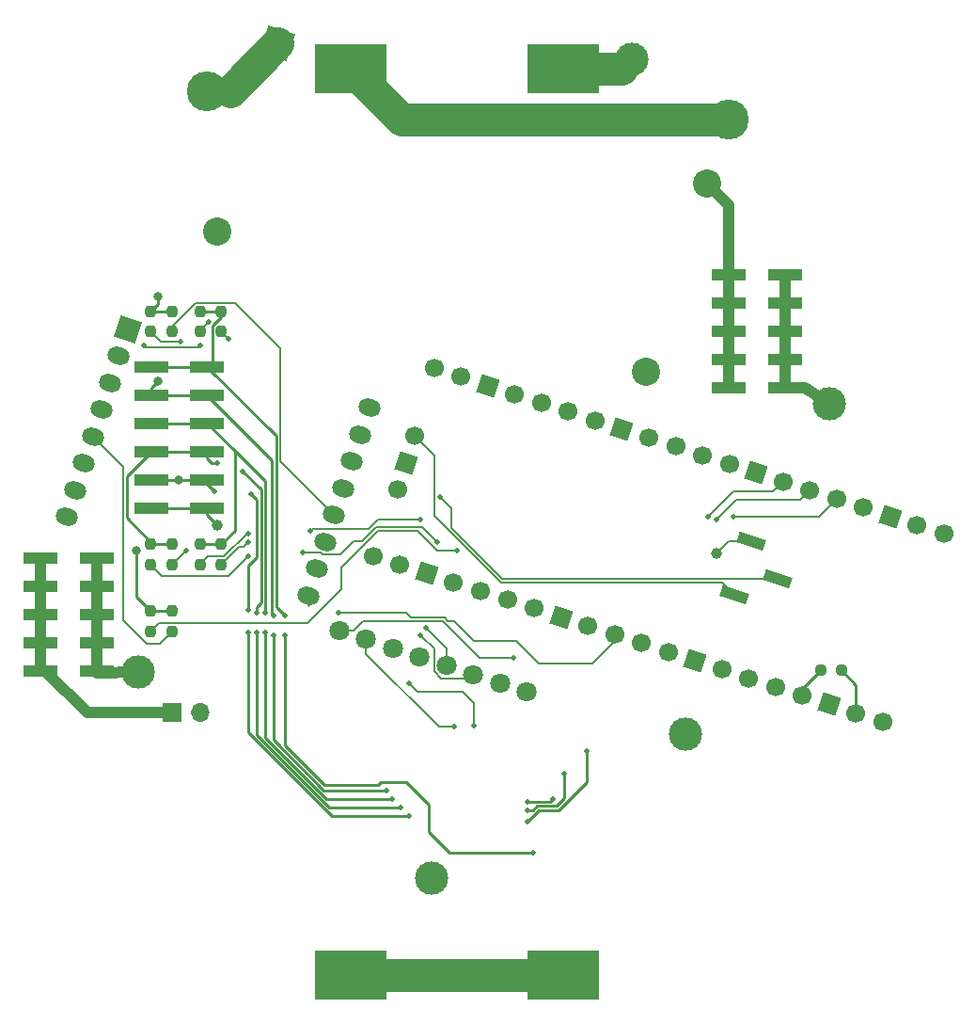
<source format=gbr>
%TF.GenerationSoftware,KiCad,Pcbnew,(6.0.2)*%
%TF.CreationDate,2022-05-01T12:50:51-07:00*%
%TF.ProjectId,controller,636f6e74-726f-46c6-9c65-722e6b696361,rev?*%
%TF.SameCoordinates,Original*%
%TF.FileFunction,Copper,L4,Bot*%
%TF.FilePolarity,Positive*%
%FSLAX46Y46*%
G04 Gerber Fmt 4.6, Leading zero omitted, Abs format (unit mm)*
G04 Created by KiCad (PCBNEW (6.0.2)) date 2022-05-01 12:50:51*
%MOMM*%
%LPD*%
G01*
G04 APERTURE LIST*
G04 Aperture macros list*
%AMRoundRect*
0 Rectangle with rounded corners*
0 $1 Rounding radius*
0 $2 $3 $4 $5 $6 $7 $8 $9 X,Y pos of 4 corners*
0 Add a 4 corners polygon primitive as box body*
4,1,4,$2,$3,$4,$5,$6,$7,$8,$9,$2,$3,0*
0 Add four circle primitives for the rounded corners*
1,1,$1+$1,$2,$3*
1,1,$1+$1,$4,$5*
1,1,$1+$1,$6,$7*
1,1,$1+$1,$8,$9*
0 Add four rect primitives between the rounded corners*
20,1,$1+$1,$2,$3,$4,$5,0*
20,1,$1+$1,$4,$5,$6,$7,0*
20,1,$1+$1,$6,$7,$8,$9,0*
20,1,$1+$1,$8,$9,$2,$3,0*%
%AMHorizOval*
0 Thick line with rounded ends*
0 $1 width*
0 $2 $3 position (X,Y) of the first rounded end (center of the circle)*
0 $4 $5 position (X,Y) of the second rounded end (center of the circle)*
0 Add line between two ends*
20,1,$1,$2,$3,$4,$5,0*
0 Add two circle primitives to create the rounded ends*
1,1,$1,$2,$3*
1,1,$1,$4,$5*%
%AMRotRect*
0 Rectangle, with rotation*
0 The origin of the aperture is its center*
0 $1 length*
0 $2 width*
0 $3 Rotation angle, in degrees counterclockwise*
0 Add horizontal line*
21,1,$1,$2,0,0,$3*%
G04 Aperture macros list end*
%TA.AperFunction,ComponentPad*%
%ADD10HorizOval,1.700000X0.000000X0.000000X0.000000X0.000000X0*%
%TD*%
%TA.AperFunction,ComponentPad*%
%ADD11RotRect,1.700000X1.700000X252.000000*%
%TD*%
%TA.AperFunction,ComponentPad*%
%ADD12RotRect,2.540000X2.540000X342.000000*%
%TD*%
%TA.AperFunction,ComponentPad*%
%ADD13C,2.540000*%
%TD*%
%TA.AperFunction,ComponentPad*%
%ADD14C,3.600000*%
%TD*%
%TA.AperFunction,ComponentPad*%
%ADD15RotRect,2.000000X2.000000X342.000000*%
%TD*%
%TA.AperFunction,ComponentPad*%
%ADD16HorizOval,1.600000X0.190211X-0.061803X-0.190211X0.061803X0*%
%TD*%
%TA.AperFunction,ComponentPad*%
%ADD17C,1.800000*%
%TD*%
%TA.AperFunction,SMDPad,CuDef*%
%ADD18R,3.150000X1.000000*%
%TD*%
%TA.AperFunction,SMDPad,CuDef*%
%ADD19R,6.500000X4.400000*%
%TD*%
%TA.AperFunction,SMDPad,CuDef*%
%ADD20RoundRect,0.237500X0.237500X-0.250000X0.237500X0.250000X-0.237500X0.250000X-0.237500X-0.250000X0*%
%TD*%
%TA.AperFunction,ComponentPad*%
%ADD21R,1.700000X1.700000*%
%TD*%
%TA.AperFunction,ComponentPad*%
%ADD22O,1.700000X1.700000*%
%TD*%
%TA.AperFunction,SMDPad,CuDef*%
%ADD23RotRect,2.510000X1.000000X342.000000*%
%TD*%
%TA.AperFunction,SMDPad,CuDef*%
%ADD24RoundRect,0.237500X0.250000X0.237500X-0.250000X0.237500X-0.250000X-0.237500X0.250000X-0.237500X0*%
%TD*%
%TA.AperFunction,ViaPad*%
%ADD25C,0.500000*%
%TD*%
%TA.AperFunction,ViaPad*%
%ADD26C,3.000000*%
%TD*%
%TA.AperFunction,ViaPad*%
%ADD27C,1.000000*%
%TD*%
%TA.AperFunction,ViaPad*%
%ADD28C,0.800000*%
%TD*%
%TA.AperFunction,Conductor*%
%ADD29C,0.200000*%
%TD*%
%TA.AperFunction,Conductor*%
%ADD30C,0.250000*%
%TD*%
%TA.AperFunction,Conductor*%
%ADD31C,1.000000*%
%TD*%
%TA.AperFunction,Conductor*%
%ADD32C,3.000000*%
%TD*%
G04 APERTURE END LIST*
D10*
%TO.P,U1,1,GPIO0*%
%TO.N,/LED0_PICO*%
X197773886Y-86139323D03*
%TO.P,U1,2,GPIO1*%
%TO.N,unconnected-(U1-Pad2)*%
X195358202Y-85354419D03*
D11*
%TO.P,U1,3,GND*%
%TO.N,GND*%
X192942519Y-84569516D03*
D10*
%TO.P,U1,4,GPIO2*%
%TO.N,/LED1_PICO*%
X190526835Y-83784613D03*
%TO.P,U1,5,GPIO3*%
%TO.N,/LED2_PICO*%
X188111152Y-82999710D03*
%TO.P,U1,6,GPIO4*%
%TO.N,/LED3_PICO*%
X185695468Y-82214807D03*
%TO.P,U1,7,GPIO5*%
%TO.N,/LED4_PICO*%
X183279785Y-81429904D03*
D11*
%TO.P,U1,8,GND*%
%TO.N,GND*%
X180864101Y-80645000D03*
D10*
%TO.P,U1,9,GPIO6*%
%TO.N,unconnected-(U1-Pad9)*%
X178448417Y-79860097D03*
%TO.P,U1,10,GPIO7*%
%TO.N,unconnected-(U1-Pad10)*%
X176032734Y-79075194D03*
%TO.P,U1,11,GPIO8*%
%TO.N,unconnected-(U1-Pad11)*%
X173617050Y-78290291D03*
%TO.P,U1,12,GPIO9*%
%TO.N,unconnected-(U1-Pad12)*%
X171201367Y-77505388D03*
D11*
%TO.P,U1,13,GND*%
%TO.N,unconnected-(U1-Pad13)*%
X168785683Y-76720485D03*
D10*
%TO.P,U1,14,GPIO10*%
%TO.N,unconnected-(U1-Pad14)*%
X166370000Y-75935581D03*
%TO.P,U1,15,GPIO11*%
%TO.N,unconnected-(U1-Pad15)*%
X163954316Y-75150678D03*
%TO.P,U1,16,GPIO12*%
%TO.N,unconnected-(U1-Pad16)*%
X161538633Y-74365775D03*
%TO.P,U1,17,GPIO13*%
%TO.N,unconnected-(U1-Pad17)*%
X159122949Y-73580872D03*
D11*
%TO.P,U1,18,GND*%
%TO.N,GND*%
X156707265Y-72795969D03*
D10*
%TO.P,U1,19,GPIO14*%
%TO.N,unconnected-(U1-Pad19)*%
X154291582Y-72011066D03*
%TO.P,U1,20,GPIO15*%
%TO.N,unconnected-(U1-Pad20)*%
X151875898Y-71226162D03*
%TO.P,U1,21,GPIO16*%
%TO.N,unconnected-(U1-Pad21)*%
X146381576Y-88135947D03*
%TO.P,U1,22,GPIO17*%
%TO.N,unconnected-(U1-Pad22)*%
X148797260Y-88920851D03*
D11*
%TO.P,U1,23,GND*%
%TO.N,GND*%
X151212943Y-89705754D03*
D10*
%TO.P,U1,24,GPIO18*%
%TO.N,unconnected-(U1-Pad24)*%
X153628627Y-90490657D03*
%TO.P,U1,25,GPIO19*%
%TO.N,unconnected-(U1-Pad25)*%
X156044310Y-91275560D03*
%TO.P,U1,26,GPIO20*%
%TO.N,Net-(R21-Pad2)*%
X158459994Y-92060463D03*
%TO.P,U1,27,GPIO21*%
%TO.N,Net-(R20-Pad2)*%
X160875677Y-92845366D03*
D11*
%TO.P,U1,28,GND*%
%TO.N,GND*%
X163291361Y-93630270D03*
D10*
%TO.P,U1,29,GPIO22*%
%TO.N,/INT*%
X165707045Y-94415173D03*
%TO.P,U1,30,RUN*%
%TO.N,/PICO_RUN*%
X168122728Y-95200076D03*
%TO.P,U1,31,GPIO26_ADC0*%
%TO.N,unconnected-(U1-Pad31)*%
X170538412Y-95984979D03*
%TO.P,U1,32,GPIO27_ADC1*%
%TO.N,unconnected-(U1-Pad32)*%
X172954095Y-96769882D03*
D11*
%TO.P,U1,33,AGND*%
%TO.N,unconnected-(U1-Pad33)*%
X175369779Y-97554785D03*
D10*
%TO.P,U1,34,GPIO28_ADC2*%
%TO.N,unconnected-(U1-Pad34)*%
X177785462Y-98339689D03*
%TO.P,U1,35,ADC_VREF*%
%TO.N,unconnected-(U1-Pad35)*%
X180201146Y-99124592D03*
%TO.P,U1,36,3V3*%
%TO.N,unconnected-(U1-Pad36)*%
X182616829Y-99909495D03*
%TO.P,U1,37,3V3_EN*%
%TO.N,Net-(R19-Pad2)*%
X185032513Y-100694398D03*
D11*
%TO.P,U1,38,GND*%
%TO.N,GND*%
X187448197Y-101479301D03*
D10*
%TO.P,U1,39,VSYS*%
%TO.N,Net-(R19-Pad1)*%
X189863880Y-102264204D03*
%TO.P,U1,40,VBUS*%
%TO.N,+5V*%
X192279564Y-103049108D03*
%TO.P,U1,41,SWCLK*%
%TO.N,/SWCLK*%
X150132383Y-77336445D03*
D11*
%TO.P,U1,42,GND*%
%TO.N,GND*%
X149347480Y-79752129D03*
D10*
%TO.P,U1,43,SWDIO*%
%TO.N,/SWDIO*%
X148562577Y-82167812D03*
%TD*%
D12*
%TO.P,U3,1,Vin*%
%TO.N,/SW2PSU*%
X137795000Y-42051549D03*
D13*
%TO.P,U3,2,GND*%
%TO.N,GND*%
X132300678Y-58961334D03*
%TO.P,U3,3,GND*%
X170951615Y-71519785D03*
%TO.P,U3,4,Vout*%
%TO.N,+5VL*%
X176445937Y-54610000D03*
%TD*%
D14*
%TO.P,J11,1,Pin_1*%
%TO.N,/SW2PSU*%
X131445000Y-46355000D03*
%TD*%
D15*
%TO.P,U2,1,~{RST}*%
%TO.N,Net-(R7-Pad2)*%
X124273461Y-67728137D03*
D16*
%TO.P,U2,2,A0*%
%TO.N,unconnected-(U2-Pad2)*%
X123488558Y-70143821D03*
%TO.P,U2,3,D0*%
%TO.N,/LED0_ESP*%
X122703655Y-72559504D03*
%TO.P,U2,4,SCK/D5*%
%TO.N,/LED3_ESP*%
X121918752Y-74975188D03*
%TO.P,U2,5,MISO/D6*%
%TO.N,/LED4_ESP*%
X121133848Y-77390871D03*
%TO.P,U2,6,MOSI/D7*%
%TO.N,/PICO_RUN*%
X120348945Y-79806555D03*
%TO.P,U2,7,CS/D8*%
%TO.N,/INT*%
X119564042Y-82222238D03*
%TO.P,U2,8,3V3*%
%TO.N,+3V3*%
X118779139Y-84637922D03*
%TO.P,U2,9,5V*%
%TO.N,+5V*%
X140520291Y-91702050D03*
%TO.P,U2,10,GND*%
%TO.N,GND*%
X141305194Y-89286367D03*
%TO.P,U2,11,D4*%
%TO.N,/LED2_ESP*%
X142090097Y-86870683D03*
%TO.P,U2,12,D3*%
%TO.N,/LED1_ESP*%
X142875000Y-84455000D03*
%TO.P,U2,13,SDA/D2*%
%TO.N,Net-(R16-Pad2)*%
X143659903Y-82039316D03*
%TO.P,U2,14,SCL/D1*%
%TO.N,Net-(R15-Pad2)*%
X144444807Y-79623633D03*
%TO.P,U2,15,RX*%
%TO.N,Net-(R6-Pad2)*%
X145229710Y-77207949D03*
%TO.P,U2,16,TX*%
%TO.N,unconnected-(U2-Pad16)*%
X146014613Y-74792265D03*
%TD*%
D17*
%TO.P,U4,1,VCC*%
%TO.N,+3V3*%
X160230798Y-100355611D03*
%TO.P,U4,2,GND*%
%TO.N,GND*%
X157815114Y-99570708D03*
%TO.P,U4,3,SCL*%
%TO.N,/SCL*%
X155399431Y-98785804D03*
%TO.P,U4,4,SDA*%
%TO.N,/SDA*%
X152983747Y-98000901D03*
%TO.P,U4,5,XDA*%
%TO.N,unconnected-(U4-Pad5)*%
X150568064Y-97215998D03*
%TO.P,U4,6,XCL*%
%TO.N,unconnected-(U4-Pad6)*%
X148152380Y-96431095D03*
%TO.P,U4,7,AD0*%
%TO.N,Net-(R13-Pad1)*%
X145736696Y-95646192D03*
%TO.P,U4,8,INT*%
%TO.N,/INT*%
X143321013Y-94861289D03*
%TD*%
D14*
%TO.P,J10,1,Pin_1*%
%TO.N,+BATT*%
X178435000Y-48895000D03*
%TD*%
D18*
%TO.P,J4,1,Pin_1*%
%TO.N,GND*%
X121500000Y-88300000D03*
%TO.P,J4,2,Pin_2*%
%TO.N,+5VL*%
X116450000Y-88300000D03*
%TO.P,J4,3,Pin_3*%
%TO.N,GND*%
X121500000Y-90840000D03*
%TO.P,J4,4,Pin_4*%
%TO.N,+5VL*%
X116450000Y-90840000D03*
%TO.P,J4,5,Pin_5*%
%TO.N,GND*%
X121500000Y-93380000D03*
%TO.P,J4,6,Pin_6*%
%TO.N,+5VL*%
X116450000Y-93380000D03*
%TO.P,J4,7,Pin_7*%
%TO.N,GND*%
X121500000Y-95920000D03*
%TO.P,J4,8,Pin_8*%
%TO.N,+5VL*%
X116450000Y-95920000D03*
%TO.P,J4,9,Pin_9*%
%TO.N,GND*%
X121500000Y-98460000D03*
%TO.P,J4,10,Pin_10*%
%TO.N,+5VL*%
X116450000Y-98460000D03*
%TD*%
D19*
%TO.P,BT1,1,+*%
%TO.N,/BATT2BATT*%
X163480000Y-125840000D03*
%TO.P,BT1,2,-*%
%TO.N,GND*%
X163480000Y-44340000D03*
%TO.P,BT1,3,+*%
%TO.N,+BATT*%
X144380000Y-44340000D03*
%TO.P,BT1,4,-*%
%TO.N,/BATT2BATT*%
X144380000Y-125840000D03*
%TD*%
D18*
%TO.P,J6,1,Pin_1*%
%TO.N,/LED0*%
X131445000Y-71120000D03*
%TO.P,J6,2,Pin_2*%
X126395000Y-71120000D03*
%TO.P,J6,3,Pin_3*%
%TO.N,/LED1*%
X131445000Y-73660000D03*
%TO.P,J6,4,Pin_4*%
X126395000Y-73660000D03*
%TO.P,J6,5,Pin_5*%
%TO.N,/LED2*%
X131445000Y-76200000D03*
%TO.P,J6,6,Pin_6*%
X126395000Y-76200000D03*
%TO.P,J6,7,Pin_7*%
%TO.N,/LED3*%
X131445000Y-78740000D03*
%TO.P,J6,8,Pin_8*%
X126395000Y-78740000D03*
%TO.P,J6,9,Pin_9*%
%TO.N,/LED4*%
X131445000Y-81280000D03*
%TO.P,J6,10,Pin_10*%
X126395000Y-81280000D03*
%TO.P,J6,11,Pin_11*%
%TO.N,GND*%
X131445000Y-83820000D03*
%TO.P,J6,12,Pin_12*%
X126395000Y-83820000D03*
%TD*%
D20*
%TO.P,R9,1*%
%TO.N,/LED3_ESP*%
X128270000Y-88900000D03*
%TO.P,R9,2*%
%TO.N,/LED3*%
X128270000Y-87075000D03*
%TD*%
%TO.P,R2,1*%
%TO.N,/LED0_PICO*%
X130810000Y-67945000D03*
%TO.P,R2,2*%
%TO.N,/LED0*%
X130810000Y-66120000D03*
%TD*%
%TO.P,R1,1*%
%TO.N,/LED0_ESP*%
X132715000Y-67945000D03*
%TO.P,R1,2*%
%TO.N,/LED0*%
X132715000Y-66120000D03*
%TD*%
%TO.P,R3,1*%
%TO.N,/LED1_ESP*%
X128270000Y-67945000D03*
%TO.P,R3,2*%
%TO.N,/LED1*%
X128270000Y-66120000D03*
%TD*%
%TO.P,R5,1*%
%TO.N,/LED2_ESP*%
X132715000Y-88900000D03*
%TO.P,R5,2*%
%TO.N,/LED2*%
X132715000Y-87075000D03*
%TD*%
D18*
%TO.P,J5,1,Pin_1*%
%TO.N,GND*%
X183485000Y-62865000D03*
%TO.P,J5,2,Pin_2*%
%TO.N,+5VL*%
X178435000Y-62865000D03*
%TO.P,J5,3,Pin_3*%
%TO.N,GND*%
X183485000Y-65405000D03*
%TO.P,J5,4,Pin_4*%
%TO.N,+5VL*%
X178435000Y-65405000D03*
%TO.P,J5,5,Pin_5*%
%TO.N,GND*%
X183485000Y-67945000D03*
%TO.P,J5,6,Pin_6*%
%TO.N,+5VL*%
X178435000Y-67945000D03*
%TO.P,J5,7,Pin_7*%
%TO.N,GND*%
X183485000Y-70485000D03*
%TO.P,J5,8,Pin_8*%
%TO.N,+5VL*%
X178435000Y-70485000D03*
%TO.P,J5,9,Pin_9*%
%TO.N,GND*%
X183485000Y-73025000D03*
%TO.P,J5,10,Pin_10*%
%TO.N,+5VL*%
X178435000Y-73025000D03*
%TD*%
D21*
%TO.P,JP1,1,A*%
%TO.N,+5VL*%
X128270000Y-102235000D03*
D22*
%TO.P,JP1,2,B*%
%TO.N,+5V*%
X130810000Y-102235000D03*
%TD*%
D23*
%TO.P,J7,1,Pin_1*%
%TO.N,/SWCLK*%
X178863991Y-91593355D03*
%TO.P,J7,2,Pin_2*%
%TO.N,/SWDIO*%
X182796892Y-90200518D03*
%TO.P,J7,3,Pin_3*%
%TO.N,GND*%
X180433798Y-86761988D03*
%TD*%
D20*
%TO.P,R12,1*%
%TO.N,/LED4_PICO*%
X126365000Y-94892500D03*
%TO.P,R12,2*%
%TO.N,/LED4*%
X126365000Y-93067500D03*
%TD*%
%TO.P,R4,1*%
%TO.N,/LED1_PICO*%
X126365000Y-67945000D03*
%TO.P,R4,2*%
%TO.N,/LED1*%
X126365000Y-66120000D03*
%TD*%
D24*
%TO.P,R19,1*%
%TO.N,Net-(R19-Pad1)*%
X188515000Y-98425000D03*
%TO.P,R19,2*%
%TO.N,Net-(R19-Pad2)*%
X186690000Y-98425000D03*
%TD*%
D20*
%TO.P,R10,1*%
%TO.N,/LED3_PICO*%
X126365000Y-88900000D03*
%TO.P,R10,2*%
%TO.N,/LED3*%
X126365000Y-87075000D03*
%TD*%
%TO.P,R11,1*%
%TO.N,/LED4_ESP*%
X128270000Y-94892500D03*
%TO.P,R11,2*%
%TO.N,/LED4*%
X128270000Y-93067500D03*
%TD*%
%TO.P,R8,1*%
%TO.N,/LED2_PICO*%
X130810000Y-88900000D03*
%TO.P,R8,2*%
%TO.N,/LED2*%
X130810000Y-87075000D03*
%TD*%
D25*
%TO.N,/SWDIO*%
X152400000Y-82804000D03*
D26*
%TO.N,GND*%
X125222000Y-98552000D03*
D27*
X177292000Y-87884000D03*
D26*
X151638000Y-117094000D03*
X169672000Y-43434000D03*
D27*
X132334000Y-85344000D03*
D26*
X174498000Y-104140000D03*
X187452000Y-74422000D03*
D25*
%TO.N,/LED0*%
X138430000Y-93472000D03*
X138430000Y-95250000D03*
X160782000Y-114808000D03*
%TO.N,/LED1*%
X137414000Y-93472000D03*
X147574000Y-109220000D03*
X137414000Y-95250000D03*
D28*
X127000000Y-64770000D03*
X127000000Y-72390000D03*
D25*
%TO.N,/LED2*%
X136652000Y-94996000D03*
X136652000Y-93218000D03*
X162560000Y-109982000D03*
X148082000Y-109982000D03*
X160274000Y-110236000D03*
%TO.N,/LED3*%
X135890000Y-93218000D03*
X134620000Y-80518000D03*
X160274000Y-110998000D03*
X163576000Y-107696000D03*
X132334000Y-79756000D03*
X148844000Y-110744000D03*
X135890000Y-94996000D03*
%TO.N,/LED4*%
X135128000Y-94996000D03*
D28*
X125095000Y-87630000D03*
D25*
X132080000Y-82296000D03*
D28*
X128905000Y-81280000D03*
D25*
X165608000Y-105664000D03*
X160274000Y-112014000D03*
X149606000Y-111506000D03*
X135382000Y-82550000D03*
X135128000Y-92964000D03*
%TO.N,/LED0_ESP*%
X133350000Y-68580000D03*
X125730000Y-69215000D03*
X130810000Y-69215000D03*
%TO.N,/LED0_PICO*%
X131572000Y-67056000D03*
%TO.N,/LED1_PICO*%
X129032000Y-68834000D03*
%TO.N,/LED2_ESP*%
X135128000Y-86868000D03*
%TO.N,+3V3*%
X149606000Y-99568000D03*
X155448000Y-103378000D03*
%TO.N,/LED2_PICO*%
X140716000Y-85852000D03*
X135128000Y-86106000D03*
X178816000Y-84582000D03*
X150622000Y-84836000D03*
%TO.N,/LED3_ESP*%
X129540000Y-87630000D03*
%TO.N,/LED3_PICO*%
X140028543Y-87809457D03*
X135128000Y-88138000D03*
X152146000Y-86868000D03*
X177292000Y-84836000D03*
%TO.N,/LED4_PICO*%
X176530000Y-84582000D03*
X153924000Y-87630000D03*
%TO.N,Net-(R13-Pad1)*%
X153670000Y-103505000D03*
%TO.N,/INT*%
X159004000Y-97261500D03*
%TO.N,/SDA*%
X151130000Y-94615000D03*
%TO.N,/SCL*%
X150622000Y-95250000D03*
%TO.N,/PICO_RUN*%
X143256000Y-93218000D03*
%TD*%
D29*
%TO.N,/SWCLK*%
X151900499Y-84544255D02*
X151900499Y-79104561D01*
X178863991Y-91593355D02*
X177797665Y-90527029D01*
X151900499Y-79104561D02*
X150132383Y-77336445D01*
X177797665Y-90527029D02*
X157883273Y-90527029D01*
X157883273Y-90527029D02*
X151900499Y-84544255D01*
%TO.N,/SWDIO*%
X153416000Y-83820000D02*
X152400000Y-82804000D01*
X156972000Y-89154000D02*
X153416000Y-85598000D01*
X182796892Y-90200518D02*
X158018518Y-90200518D01*
X153416000Y-85598000D02*
X153416000Y-85344000D01*
X153416000Y-85344000D02*
X153416000Y-83820000D01*
X158018518Y-90200518D02*
X156972000Y-89154000D01*
D30*
X148562577Y-82167812D02*
X148673940Y-82167812D01*
D31*
%TO.N,GND*%
X125222000Y-98552000D02*
X121500000Y-98640000D01*
X121500000Y-95920000D02*
X121500000Y-93380000D01*
D30*
X126395000Y-83820000D02*
X131445000Y-83820000D01*
D29*
X180433798Y-86761988D02*
X178414012Y-86761988D01*
D31*
X183485000Y-73025000D02*
X183485000Y-70485000D01*
X121500000Y-90840000D02*
X121500000Y-88300000D01*
X121500000Y-93380000D02*
X121500000Y-90840000D01*
X121500000Y-98640000D02*
X121500000Y-98460000D01*
D29*
X178414012Y-86761988D02*
X177292000Y-87884000D01*
D30*
X131445000Y-84455000D02*
X132334000Y-85344000D01*
D31*
X183485000Y-67945000D02*
X183485000Y-65405000D01*
X183485000Y-65405000D02*
X183485000Y-62865000D01*
X168766000Y-44340000D02*
X169672000Y-43434000D01*
X121500000Y-98460000D02*
X121500000Y-95920000D01*
X183485000Y-70485000D02*
X183485000Y-67945000D01*
X185293000Y-73025000D02*
X183485000Y-73025000D01*
D32*
X163480000Y-44340000D02*
X168766000Y-44340000D01*
D30*
X131445000Y-83820000D02*
X131445000Y-84455000D01*
D31*
X187452000Y-74422000D02*
X185293000Y-73025000D01*
D32*
%TO.N,+BATT*%
X148935000Y-48895000D02*
X144380000Y-44340000D01*
X178435000Y-48895000D02*
X148935000Y-48895000D01*
D30*
%TO.N,/LED0*%
X151384000Y-112776000D02*
X151384000Y-112944974D01*
X137668000Y-92710000D02*
X138430000Y-93472000D01*
X142009054Y-108750376D02*
X146773624Y-108750376D01*
X151384000Y-112944974D02*
X153247026Y-114808000D01*
X131445000Y-71120000D02*
X131923511Y-70641489D01*
X149352000Y-108458000D02*
X151384000Y-110490000D01*
X137668000Y-77343000D02*
X137668000Y-85598000D01*
X132715000Y-66120000D02*
X130810000Y-66120000D01*
X146812000Y-108712000D02*
X147066000Y-108458000D01*
X137668000Y-85598000D02*
X137668000Y-92710000D01*
X131923511Y-67446247D02*
X132715000Y-66654758D01*
X131445000Y-71120000D02*
X126395000Y-71120000D01*
X132715000Y-66654758D02*
X132715000Y-66120000D01*
X147066000Y-108458000D02*
X149352000Y-108458000D01*
X131923511Y-70641489D02*
X131923511Y-67446247D01*
X138430000Y-95250000D02*
X138430000Y-105171322D01*
X151384000Y-110490000D02*
X151384000Y-112776000D01*
X131445000Y-71120000D02*
X137668000Y-77343000D01*
X138430000Y-105171322D02*
X142009054Y-108750376D01*
X146773624Y-108750376D02*
X146812000Y-108712000D01*
X153247026Y-114808000D02*
X160782000Y-114808000D01*
%TO.N,/LED1*%
X141946212Y-109220000D02*
X147574000Y-109220000D01*
X137414000Y-95250000D02*
X137414000Y-104687788D01*
X127000000Y-65485000D02*
X126365000Y-66120000D01*
X137291490Y-93349490D02*
X137414000Y-93472000D01*
X128270000Y-66120000D02*
X126365000Y-66120000D01*
X126395000Y-73660000D02*
X131445000Y-73660000D01*
X126395000Y-72995000D02*
X127000000Y-72390000D01*
X137291490Y-79506490D02*
X137291490Y-93349490D01*
X127000000Y-64770000D02*
X127000000Y-65485000D01*
X126395000Y-73660000D02*
X126395000Y-72995000D01*
X131445000Y-73660000D02*
X137291490Y-79506490D01*
X137414000Y-104687788D02*
X141946212Y-109220000D01*
%TO.N,/LED2*%
X136652000Y-104458254D02*
X142175746Y-109982000D01*
X131445000Y-76200000D02*
X133921500Y-78676500D01*
X161798000Y-110236000D02*
X162306000Y-110236000D01*
X142175746Y-109982000D02*
X148082000Y-109982000D01*
X133921500Y-78676500D02*
X136660980Y-81415980D01*
X136652000Y-94996000D02*
X136652000Y-104458254D01*
X162306000Y-110236000D02*
X162560000Y-109982000D01*
X131445000Y-76200000D02*
X126395000Y-76200000D01*
X136660980Y-93209020D02*
X136652000Y-93218000D01*
X132715000Y-87075000D02*
X133921500Y-85868500D01*
X133921500Y-85868500D02*
X133921500Y-78676500D01*
X130810000Y-87075000D02*
X132715000Y-87075000D01*
X160274000Y-110236000D02*
X161798000Y-110236000D01*
X136660980Y-81415980D02*
X136660980Y-93209020D01*
%TO.N,/LED3*%
X126365000Y-87075000D02*
X126365000Y-86849511D01*
X135890000Y-104228735D02*
X142405265Y-110744000D01*
X161134045Y-110621489D02*
X162912045Y-110621489D01*
X131445000Y-79375000D02*
X131826000Y-79756000D01*
X136284470Y-82182470D02*
X136284470Y-92339996D01*
X126365000Y-86849511D02*
X124195489Y-84680000D01*
X126365000Y-87075000D02*
X128270000Y-87075000D01*
X124195489Y-80939511D02*
X126395000Y-78740000D01*
X136284470Y-92339996D02*
X135890000Y-92734466D01*
X142405265Y-110744000D02*
X148844000Y-110744000D01*
X126395000Y-78740000D02*
X131445000Y-78740000D01*
X160274000Y-110998000D02*
X160757534Y-110998000D01*
X131445000Y-78740000D02*
X131445000Y-79375000D01*
X135890000Y-94996000D02*
X135890000Y-104228735D01*
X134620000Y-80518000D02*
X136284470Y-82182470D01*
X163576000Y-109957534D02*
X163576000Y-107696000D01*
X162912045Y-110621489D02*
X163576000Y-109957534D01*
X160757534Y-110998000D02*
X161134045Y-110621489D01*
X131826000Y-79756000D02*
X132334000Y-79756000D01*
X135890000Y-92734466D02*
X135890000Y-93218000D01*
X124195489Y-84680000D02*
X124195489Y-80939511D01*
%TO.N,/LED4*%
X135907960Y-83075960D02*
X135907960Y-88253824D01*
X135128000Y-103999217D02*
X142634783Y-111506000D01*
X135128000Y-89033784D02*
X135128000Y-92964000D01*
X135128000Y-94996000D02*
X135128000Y-103999217D01*
X126365000Y-93067500D02*
X128270000Y-93067500D01*
X131445000Y-81661000D02*
X132080000Y-82296000D01*
X165608000Y-108458000D02*
X163068000Y-110998000D01*
X125095000Y-91797500D02*
X125095000Y-87630000D01*
X161290000Y-110998000D02*
X160274000Y-112014000D01*
X131445000Y-81280000D02*
X131445000Y-81661000D01*
X135382000Y-82550000D02*
X135907960Y-83075960D01*
X142634783Y-111506000D02*
X149606000Y-111506000D01*
X126365000Y-93067500D02*
X125095000Y-91797500D01*
X165608000Y-105664000D02*
X165608000Y-108458000D01*
X135907960Y-88253824D02*
X135128000Y-89033784D01*
X163068000Y-110998000D02*
X161290000Y-110998000D01*
X131445000Y-81280000D02*
X126395000Y-81280000D01*
D31*
%TO.N,+5VL*%
X178435000Y-62865000D02*
X178435000Y-56599063D01*
X178435000Y-70485000D02*
X178435000Y-67945000D01*
X178435000Y-67945000D02*
X178435000Y-65405000D01*
X116450000Y-98460000D02*
X116450000Y-95920000D01*
X116450000Y-93380000D02*
X116450000Y-95920000D01*
X178435000Y-65405000D02*
X178435000Y-62865000D01*
X178435000Y-56599063D02*
X176445937Y-54610000D01*
X178435000Y-73025000D02*
X178435000Y-70485000D01*
X116450000Y-90840000D02*
X116450000Y-88300000D01*
X116450000Y-98460000D02*
X116875000Y-98460000D01*
X116875000Y-98460000D02*
X120650000Y-102235000D01*
X120650000Y-102235000D02*
X128270000Y-102235000D01*
X116450000Y-93380000D02*
X116450000Y-90840000D01*
D30*
%TO.N,+5V*%
X140520291Y-92524709D02*
X140520291Y-91702050D01*
D29*
%TO.N,/LED0_ESP*%
X125730000Y-69215000D02*
X125848501Y-69333501D01*
X130691499Y-69333501D02*
X130810000Y-69215000D01*
X133350000Y-68580000D02*
X132715000Y-67945000D01*
X125848501Y-69333501D02*
X130691499Y-69333501D01*
%TO.N,/LED0_PICO*%
X130810000Y-67945000D02*
X130810000Y-67818000D01*
X130810000Y-67818000D02*
X131572000Y-67056000D01*
%TO.N,/LED1_ESP*%
X138019511Y-79599511D02*
X138019511Y-69439511D01*
X133985980Y-65405980D02*
X130380297Y-65405980D01*
X130380297Y-65405980D02*
X128270000Y-67516277D01*
X142875000Y-84455000D02*
X138019511Y-79599511D01*
X138019511Y-69439511D02*
X133985980Y-65405980D01*
X128270000Y-67516277D02*
X128270000Y-67945000D01*
%TO.N,/LED1_PICO*%
X126365000Y-67945000D02*
X127254000Y-68834000D01*
X127254000Y-68834000D02*
X129032000Y-68834000D01*
%TO.N,/LED2_ESP*%
X134683500Y-87312500D02*
X135128000Y-86868000D01*
X142090097Y-86870683D02*
X141942392Y-86722978D01*
X134302500Y-87312500D02*
X132715000Y-88900000D01*
X134302500Y-87312500D02*
X134683500Y-87312500D01*
%TO.N,+3V3*%
X155448000Y-101346000D02*
X155448000Y-103378000D01*
X155194000Y-101092000D02*
X155448000Y-101346000D01*
X150368000Y-100330000D02*
X151638000Y-100330000D01*
X149606000Y-99568000D02*
X150368000Y-100330000D01*
X154432000Y-100330000D02*
X155194000Y-101092000D01*
X151638000Y-100330000D02*
X154432000Y-100330000D01*
%TO.N,/LED2_PICO*%
X132967250Y-88185980D02*
X135065949Y-86087281D01*
X130810000Y-88900000D02*
X131524020Y-88185980D01*
X146812000Y-84836000D02*
X145941022Y-85706978D01*
X186528862Y-84582000D02*
X188111152Y-82999710D01*
X140861022Y-85706978D02*
X140716000Y-85852000D01*
X131524020Y-88185980D02*
X132967250Y-88185980D01*
X150622000Y-84836000D02*
X146812000Y-84836000D01*
X178816000Y-84582000D02*
X186528862Y-84582000D01*
X135065949Y-86087281D02*
X135109281Y-86087281D01*
X145941022Y-85706978D02*
X140861022Y-85706978D01*
X135109281Y-86087281D02*
X135128000Y-86106000D01*
%TO.N,/LED3_ESP*%
X128270000Y-88900000D02*
X129540000Y-87630000D01*
%TO.N,/LED3_PICO*%
X141657457Y-87809457D02*
X141834954Y-87986954D01*
X143453290Y-87986954D02*
X144644755Y-86795489D01*
X144644755Y-86795489D02*
X145406755Y-86795489D01*
X126365000Y-88900000D02*
X127381000Y-89916000D01*
X133350000Y-89916000D02*
X135128000Y-88138000D01*
X146676755Y-85525489D02*
X150803489Y-85525489D01*
X184845468Y-83064807D02*
X185695468Y-82214807D01*
X141834954Y-87986954D02*
X143453290Y-87986954D01*
X127381000Y-89916000D02*
X133350000Y-89916000D01*
X179063193Y-83064807D02*
X184845468Y-83064807D01*
X177292000Y-84836000D02*
X179063193Y-83064807D01*
X150803489Y-85525489D02*
X152146000Y-86868000D01*
X140028543Y-87809457D02*
X141657457Y-87809457D01*
X145406755Y-86795489D02*
X146676755Y-85525489D01*
%TO.N,/LED4_ESP*%
X128270000Y-94892500D02*
X127150500Y-96012000D01*
X125984000Y-96012000D02*
X123843978Y-93871978D01*
X123843978Y-80101001D02*
X121133848Y-77390871D01*
X127150500Y-96012000D02*
X125984000Y-96012000D01*
X123843978Y-93871978D02*
X123843978Y-80101001D01*
%TO.N,/LED4_PICO*%
X127079020Y-94178480D02*
X126365000Y-94892500D01*
X143510000Y-89154000D02*
X143510000Y-91100044D01*
X146812000Y-85852000D02*
X143510000Y-89154000D01*
X140431564Y-94178480D02*
X127079020Y-94178480D01*
X178796418Y-82315582D02*
X182394107Y-82315582D01*
X150368000Y-85852000D02*
X146812000Y-85852000D01*
X182394107Y-82315582D02*
X183279785Y-81429904D01*
X176530000Y-84582000D02*
X178796418Y-82315582D01*
X152146000Y-87630000D02*
X150368000Y-85852000D01*
X153924000Y-87630000D02*
X152146000Y-87630000D01*
X143510000Y-91100044D02*
X140431564Y-94178480D01*
%TO.N,Net-(R13-Pad1)*%
X145736696Y-96918984D02*
X145736696Y-95646192D01*
X153670000Y-103505000D02*
X152322712Y-103505000D01*
X152322712Y-103505000D02*
X145736696Y-96918984D01*
%TO.N,/INT*%
X155935500Y-97261500D02*
X159004000Y-97261500D01*
X145475094Y-93980000D02*
X152654000Y-93980000D01*
X152654000Y-93980000D02*
X155935500Y-97261500D01*
X144593805Y-94861289D02*
X145475094Y-93980000D01*
X143321013Y-94861289D02*
X144593805Y-94861289D01*
%TO.N,/SDA*%
X152983747Y-96468747D02*
X152983747Y-98000901D01*
X151130000Y-94615000D02*
X152983747Y-96468747D01*
%TO.N,/SCL*%
X155057823Y-99127412D02*
X155399431Y-98785804D01*
X150622000Y-95250000D02*
X151857236Y-96485236D01*
X151857236Y-98467518D02*
X152517130Y-99127412D01*
X152517130Y-99127412D02*
X155057823Y-99127412D01*
X151857236Y-96485236D02*
X151857236Y-98467518D01*
%TO.N,/PICO_RUN*%
X153115756Y-93980000D02*
X153670000Y-93980000D01*
X168122728Y-95783272D02*
X168122728Y-95200076D01*
X152789245Y-93653489D02*
X153115756Y-93980000D01*
X159258000Y-95758000D02*
X161290000Y-97790000D01*
X166116000Y-97790000D02*
X168122728Y-95783272D01*
X161290000Y-97790000D02*
X166116000Y-97790000D01*
X149787489Y-93653489D02*
X152789245Y-93653489D01*
X143256000Y-93218000D02*
X149352000Y-93218000D01*
X153670000Y-93980000D02*
X155448000Y-95758000D01*
X149352000Y-93218000D02*
X149787489Y-93653489D01*
X155448000Y-95758000D02*
X159258000Y-95758000D01*
D32*
%TO.N,/BATT2BATT*%
X163480000Y-125840000D02*
X144380000Y-125840000D01*
D31*
%TO.N,/SW2PSU*%
X131445000Y-46355000D02*
X133491549Y-46355000D01*
D32*
X133491549Y-46355000D02*
X137795000Y-42051549D01*
D30*
%TO.N,Net-(R19-Pad1)*%
X189863880Y-99773880D02*
X189863880Y-102264204D01*
X188515000Y-98425000D02*
X189863880Y-99773880D01*
%TO.N,Net-(R19-Pad2)*%
X186690000Y-98425000D02*
X185032513Y-100082487D01*
X185032513Y-100082487D02*
X185032513Y-100694398D01*
%TD*%
M02*

</source>
